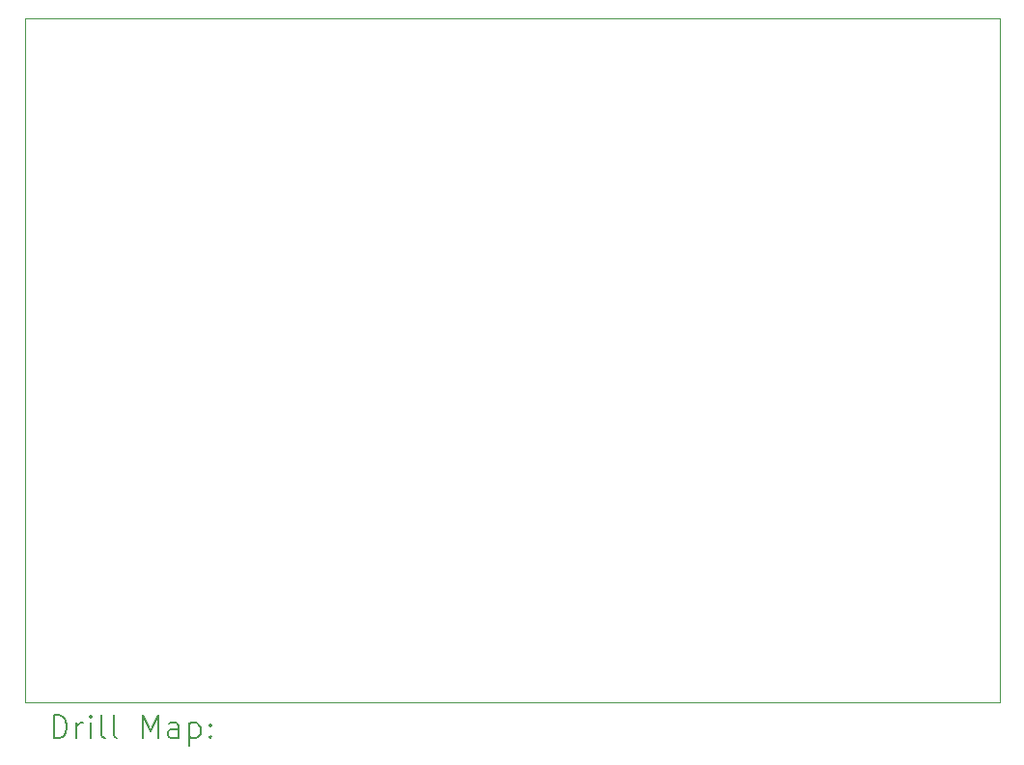
<source format=gbr>
%FSLAX45Y45*%
G04 Gerber Fmt 4.5, Leading zero omitted, Abs format (unit mm)*
G04 Created by KiCad (PCBNEW (6.0.4)) date 2022-05-03 12:05:39*
%MOMM*%
%LPD*%
G01*
G04 APERTURE LIST*
%TA.AperFunction,Profile*%
%ADD10C,0.100000*%
%TD*%
%ADD11C,0.200000*%
G04 APERTURE END LIST*
D10*
X7910000Y-6000000D02*
X16460000Y-6000000D01*
X16460000Y-6000000D02*
X16460000Y-12000000D01*
X16460000Y-12000000D02*
X7910000Y-12000000D01*
X7910000Y-12000000D02*
X7910000Y-6000000D01*
D11*
X8162619Y-12315476D02*
X8162619Y-12115476D01*
X8210238Y-12115476D01*
X8238809Y-12125000D01*
X8257857Y-12144048D01*
X8267381Y-12163095D01*
X8276905Y-12201190D01*
X8276905Y-12229762D01*
X8267381Y-12267857D01*
X8257857Y-12286905D01*
X8238809Y-12305952D01*
X8210238Y-12315476D01*
X8162619Y-12315476D01*
X8362619Y-12315476D02*
X8362619Y-12182143D01*
X8362619Y-12220238D02*
X8372143Y-12201190D01*
X8381667Y-12191667D01*
X8400714Y-12182143D01*
X8419762Y-12182143D01*
X8486429Y-12315476D02*
X8486429Y-12182143D01*
X8486429Y-12115476D02*
X8476905Y-12125000D01*
X8486429Y-12134524D01*
X8495952Y-12125000D01*
X8486429Y-12115476D01*
X8486429Y-12134524D01*
X8610238Y-12315476D02*
X8591190Y-12305952D01*
X8581667Y-12286905D01*
X8581667Y-12115476D01*
X8715000Y-12315476D02*
X8695952Y-12305952D01*
X8686429Y-12286905D01*
X8686429Y-12115476D01*
X8943571Y-12315476D02*
X8943571Y-12115476D01*
X9010238Y-12258333D01*
X9076905Y-12115476D01*
X9076905Y-12315476D01*
X9257857Y-12315476D02*
X9257857Y-12210714D01*
X9248333Y-12191667D01*
X9229286Y-12182143D01*
X9191190Y-12182143D01*
X9172143Y-12191667D01*
X9257857Y-12305952D02*
X9238810Y-12315476D01*
X9191190Y-12315476D01*
X9172143Y-12305952D01*
X9162619Y-12286905D01*
X9162619Y-12267857D01*
X9172143Y-12248809D01*
X9191190Y-12239286D01*
X9238810Y-12239286D01*
X9257857Y-12229762D01*
X9353095Y-12182143D02*
X9353095Y-12382143D01*
X9353095Y-12191667D02*
X9372143Y-12182143D01*
X9410238Y-12182143D01*
X9429286Y-12191667D01*
X9438810Y-12201190D01*
X9448333Y-12220238D01*
X9448333Y-12277381D01*
X9438810Y-12296428D01*
X9429286Y-12305952D01*
X9410238Y-12315476D01*
X9372143Y-12315476D01*
X9353095Y-12305952D01*
X9534048Y-12296428D02*
X9543571Y-12305952D01*
X9534048Y-12315476D01*
X9524524Y-12305952D01*
X9534048Y-12296428D01*
X9534048Y-12315476D01*
X9534048Y-12191667D02*
X9543571Y-12201190D01*
X9534048Y-12210714D01*
X9524524Y-12201190D01*
X9534048Y-12191667D01*
X9534048Y-12210714D01*
M02*

</source>
